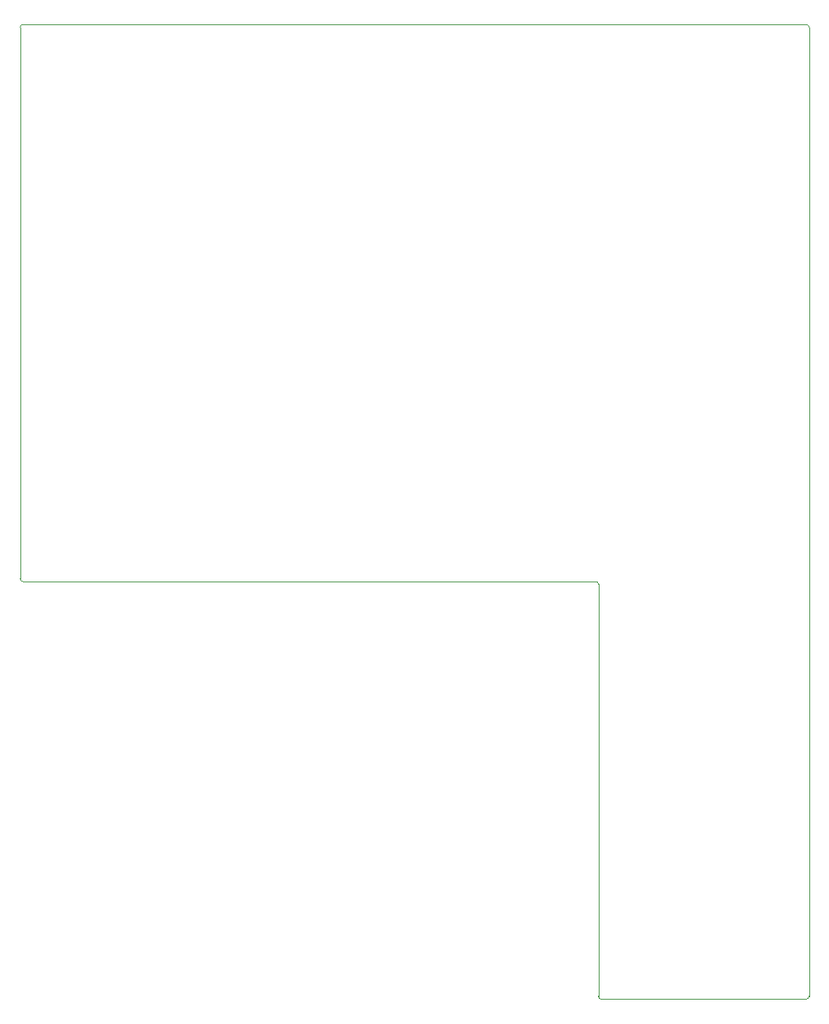
<source format=gm1>
G04 #@! TF.GenerationSoftware,KiCad,Pcbnew,(5.1.5)-3*
G04 #@! TF.CreationDate,2021-07-12T14:21:50+05:30*
G04 #@! TF.ProjectId,RB_Console,52425f43-6f6e-4736-9f6c-652e6b696361,rev?*
G04 #@! TF.SameCoordinates,Original*
G04 #@! TF.FileFunction,Profile,NP*
%FSLAX46Y46*%
G04 Gerber Fmt 4.6, Leading zero omitted, Abs format (unit mm)*
G04 Created by KiCad (PCBNEW (5.1.5)-3) date 2021-07-12 14:21:50*
%MOMM*%
%LPD*%
G04 APERTURE LIST*
%ADD10C,0.100000*%
G04 APERTURE END LIST*
D10*
X149000000Y-134700000D02*
G75*
G02X148700000Y-135000000I-300000J0D01*
G01*
X126600000Y-135000000D02*
G75*
G02X126300000Y-134700000I0J300000D01*
G01*
X126300000Y-90300000D02*
X126300000Y-134700000D01*
X148700000Y-30000000D02*
G75*
G02X149000000Y-30300000I0J-300000D01*
G01*
X64000000Y-30300000D02*
G75*
G02X64300000Y-30000000I300000J0D01*
G01*
X64300000Y-90000000D02*
G75*
G02X64000000Y-89700000I0J300000D01*
G01*
X126000000Y-90000000D02*
X64300000Y-90000000D01*
X126000000Y-90000000D02*
G75*
G02X126300000Y-90300000I0J-300000D01*
G01*
X148700000Y-135000000D02*
X126600000Y-135000000D01*
X64300000Y-30000000D02*
X148700000Y-30000000D01*
X64000000Y-89700000D02*
X64000000Y-30300000D01*
X149000000Y-30300000D02*
X149000000Y-134700000D01*
M02*

</source>
